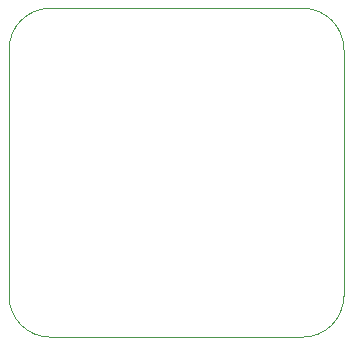
<source format=gm1>
G04 #@! TF.GenerationSoftware,KiCad,Pcbnew,8.0.2*
G04 #@! TF.CreationDate,2024-05-26T21:32:00+02:00*
G04 #@! TF.ProjectId,ESP32-C3,45535033-322d-4433-932e-6b696361645f,rev?*
G04 #@! TF.SameCoordinates,Original*
G04 #@! TF.FileFunction,Profile,NP*
%FSLAX46Y46*%
G04 Gerber Fmt 4.6, Leading zero omitted, Abs format (unit mm)*
G04 Created by KiCad (PCBNEW 8.0.2) date 2024-05-26 21:32:00*
%MOMM*%
%LPD*%
G01*
G04 APERTURE LIST*
G04 #@! TA.AperFunction,Profile*
%ADD10C,0.100000*%
G04 #@! TD*
G04 APERTURE END LIST*
D10*
X32882233Y11842893D02*
X32874874Y-9025126D01*
X57750000Y15317767D02*
X36357107Y15317767D01*
X57750305Y15317718D02*
G75*
G02*
X61225073Y11825118I-5J-3474818D01*
G01*
X36374874Y-12525126D02*
G75*
G02*
X32874874Y-9025126I26J3500026D01*
G01*
X36374874Y-12525126D02*
X57725137Y-12525126D01*
X61225134Y11825118D02*
X61217775Y-9042901D01*
X61217737Y-9050297D02*
G75*
G02*
X57725137Y-12525092I-3474837J-3D01*
G01*
X32882233Y11842893D02*
G75*
G02*
X36357107Y15317767I3474867J7D01*
G01*
M02*

</source>
